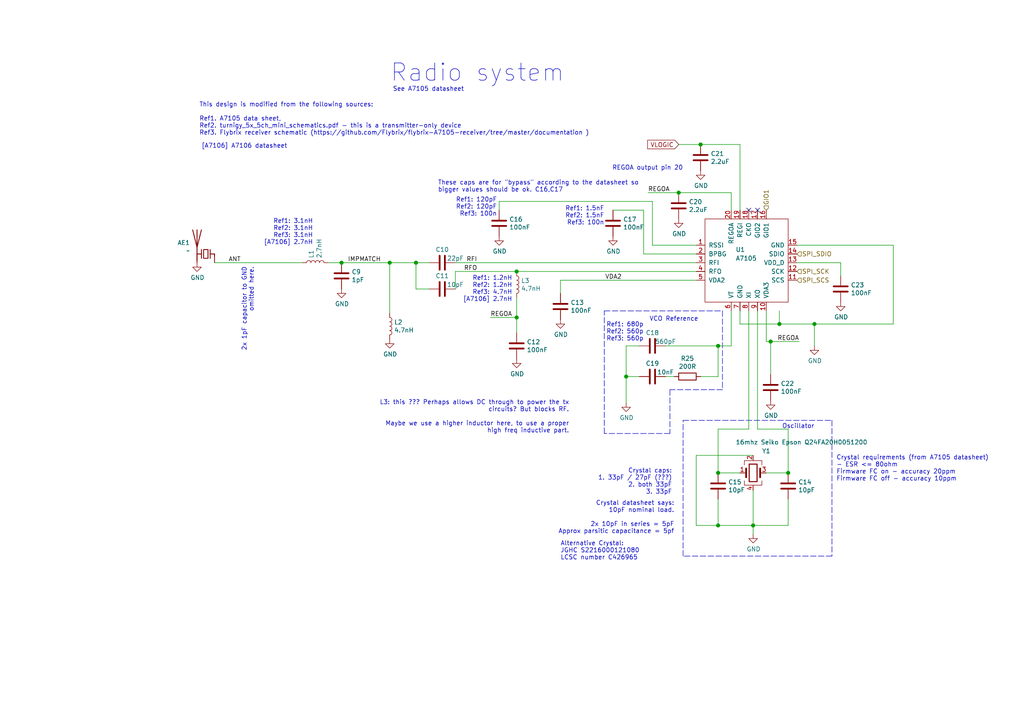
<source format=kicad_sch>
(kicad_sch (version 20211123) (generator eeschema)
  (paper "A4")
  (title_block (date "2020-04-29"))
  (lib_symbols
    (symbol "Device:Antenna_Chip" (pin_numbers hide) (pin_names (offset 1.016) hide)
      (property "Reference" "AE" (at 0 5.08 0))
      (property "Value" "Antenna_Chip" (at 0 3.175 0))
      (symbol "Antenna_Chip_0_1"
        (polyline (pts (xy -2.54 0) (xy -2.54 -0.635)) (stroke (width 0.254)))
        (polyline (pts (xy -2.54 0) (xy -1.27 0)) (stroke (width 0.254)))
        (polyline (pts (xy 1.27 0) (xy 2.54 0)) (stroke (width 0.254)))
        (polyline (pts (xy 1.27 1.27) (xy 1.27 -1.27)) (stroke (width 0.254)))
        (polyline (pts (xy 2.54 -0.635) (xy 2.54 0)))
        (polyline (pts (xy 2.54 6.985) (xy 2.54 -1.905)) (stroke (width 0.254)))
        (polyline (pts (xy -1.27 1.27) (xy -1.27 -1.27) (xy -1.27 0)) (stroke (width 0.254)))
        (polyline (pts (xy 3.81 6.985) (xy 2.54 1.905) (xy 1.27 6.985)) (stroke (width 0.254)))
        (polyline (pts (xy -0.635 1.27) (xy 0.635 1.27) (xy 0.635 -1.27) (xy -0.635 -1.27) (xy -0.635 1.27)) (stroke (width 0.254)))
      )
      (symbol "Antenna_Chip_1_1"
        (pin input line (at -2.54 -2.54 90) (length 2.54) (name "FEED") (number "1"))
        (pin passive line (at 2.54 -2.54 90) (length 2.54) (name "PCB_Trace") (number "2"))
      )
    )
    (symbol "Device:C" (pin_numbers hide) (pin_names (offset 0.254))
      (property "Reference" "C" (at 0.635 2.54 0))
      (property "Value" "C" (at 0.635 -2.54 0))
      (symbol "C_0_1"
        (polyline (pts (xy -2.032 -0.762) (xy 2.032 -0.762)) (stroke (width 0.508)))
        (polyline (pts (xy -2.032 0.762) (xy 2.032 0.762)) (stroke (width 0.508)))
      )
      (symbol "C_1_1"
        (pin passive line (at 0 3.81 270) (length 2.794) (name "~") (number "1"))
        (pin passive line (at 0 -3.81 90) (length 2.794) (name "~") (number "2"))
      )
    )
    (symbol "Device:Crystal_GND24" (pin_names (offset 1.016) hide)
      (property "Reference" "Y" (at 3.175 5.08 0))
      (property "Value" "Crystal_GND24" (at 3.175 3.175 0))
      (symbol "Crystal_GND24_0_1"
        (rectangle (start -1.143 2.54) (end 1.143 -2.54) (stroke (width 0.3048)))
        (polyline (pts (xy -2.54 0) (xy -2.032 0)))
        (polyline (pts (xy -2.032 -1.27) (xy -2.032 1.27)) (stroke (width 0.508)))
        (polyline (pts (xy 0 -3.81) (xy 0 -3.556)))
        (polyline (pts (xy 0 3.556) (xy 0 3.81)))
        (polyline (pts (xy 2.032 -1.27) (xy 2.032 1.27)) (stroke (width 0.508)))
        (polyline (pts (xy 2.032 0) (xy 2.54 0)))
        (polyline (pts (xy -2.54 -2.286) (xy -2.54 -3.556) (xy 2.54 -3.556) (xy 2.54 -2.286)))
        (polyline (pts (xy -2.54 2.286) (xy -2.54 3.556) (xy 2.54 3.556) (xy 2.54 2.286)))
      )
      (symbol "Crystal_GND24_1_1"
        (pin passive line (at -3.81 0 0) (length 1.27) (name "1") (number "1"))
        (pin passive line (at 0 5.08 270) (length 1.27) (name "2") (number "2"))
        (pin passive line (at 3.81 0 180) (length 1.27) (name "3") (number "3"))
        (pin passive line (at 0 -5.08 90) (length 1.27) (name "4") (number "4"))
      )
    )
    (symbol "Device:L" (pin_numbers hide) (pin_names (offset 1.016) hide)
      (property "Reference" "L" (at -1.27 0 90))
      (property "Value" "L" (at 1.905 0 90))
      (symbol "L_0_1"
        (arc (start 0 -2.54) (mid 0.635 -1.905) (end 0 -1.27))
        (arc (start 0 -1.27) (mid 0.635 -0.635) (end 0 0))
        (arc (start 0 0) (mid 0.635 0.635) (end 0 1.27))
        (arc (start 0 1.27) (mid 0.635 1.905) (end 0 2.54))
      )
      (symbol "L_1_1"
        (pin passive line (at 0 3.81 270) (length 1.27) (name "1") (number "1"))
        (pin passive line (at 0 -3.81 90) (length 1.27) (name "2") (number "2"))
      )
    )
    (symbol "Device:R" (pin_numbers hide) (pin_names (offset 0))
      (property "Reference" "R" (at 2.032 0 90))
      (property "Value" "R" (at 0 0 90))
      (symbol "R_0_1"
        (rectangle (start -1.016 -2.54) (end 1.016 2.54) (stroke (width 0.254)))
      )
      (symbol "R_1_1"
        (pin passive line (at 0 3.81 270) (length 1.27) (name "~") (number "1"))
        (pin passive line (at 0 -3.81 90) (length 1.27) (name "~") (number "2"))
      )
    )
    (symbol "L_1" (pin_numbers hide) (pin_names (offset 1.016) hide)
      (property "Reference" "L" (at -1.27 0 90))
      (property "Value" "L_1" (at 1.905 0 90))
      (symbol "L_1_0_1"
        (arc (start 0 -2.54) (mid 0.635 -1.905) (end 0 -1.27))
        (arc (start 0 -1.27) (mid 0.635 -0.635) (end 0 0))
        (arc (start 0 0) (mid 0.635 0.635) (end 0 1.27))
        (arc (start 0 1.27) (mid 0.635 1.905) (end 0 2.54))
      )
      (symbol "L_1_1_1"
        (pin passive line (at 0 3.81 270) (length 1.27) (name "1") (number "1"))
        (pin passive line (at 0 -3.81 90) (length 1.27) (name "2") (number "2"))
      )
    )
    (symbol "L_2" (pin_numbers hide) (pin_names (offset 1.016) hide)
      (property "Reference" "L" (at -1.27 0 90))
      (property "Value" "L_2" (at 1.905 0 90))
      (symbol "L_2_0_1"
        (arc (start 0 -2.54) (mid 0.635 -1.905) (end 0 -1.27))
        (arc (start 0 -1.27) (mid 0.635 -0.635) (end 0 0))
        (arc (start 0 0) (mid 0.635 0.635) (end 0 1.27))
        (arc (start 0 1.27) (mid 0.635 1.905) (end 0 2.54))
      )
      (symbol "L_2_1_1"
        (pin passive line (at 0 3.81 270) (length 1.27) (name "1") (number "1"))
        (pin passive line (at 0 -3.81 90) (length 1.27) (name "2") (number "2"))
      )
    )
    (symbol "malenki-nanoi:A7105" (pin_names (offset 1.016))
      (property "Reference" "U" (at 0 0 0))
      (property "Value" "A7105" (at 0 3.81 0))
      (symbol "A7105_0_1"
        (rectangle (start -12.7 12.7) (end 11.43 -11.43))
      )
      (symbol "A7105_1_1"
        (pin passive line (at -15.24 5.08 0) (length 2.54) (name "RSSI") (number "1"))
        (pin passive line (at 5.08 -13.97 90) (length 2.54) (name "VDA3") (number "10"))
        (pin input line (at 13.97 -5.08 180) (length 2.54) (name "SCS") (number "11"))
        (pin input line (at 13.97 -2.54 180) (length 2.54) (name "SCK") (number "12"))
        (pin passive line (at 13.97 0 180) (length 2.54) (name "VDD_D") (number "13"))
        (pin bidirectional line (at 13.97 2.54 180) (length 2.54) (name "SDIO") (number "14"))
        (pin power_in line (at 13.97 5.08 180) (length 2.54) (name "GND") (number "15"))
        (pin bidirectional line (at 5.08 15.24 270) (length 2.54) (name "GIO1") (number "16"))
        (pin bidirectional line (at 2.54 15.24 270) (length 2.54) (name "GIO2") (number "17"))
        (pin output line (at 0 15.24 270) (length 2.54) (name "CKO") (number "18"))
        (pin power_in line (at -2.54 15.24 270) (length 2.54) (name "REGI") (number "19"))
        (pin passive line (at -15.24 2.54 0) (length 2.54) (name "BPBG") (number "2"))
        (pin passive line (at -5.08 15.24 270) (length 2.54) (name "REGOA") (number "20"))
        (pin power_in line (at 8.89 -13.97 90) (length 2.54) hide (name "GND") (number "21"))
        (pin passive line (at -15.24 0 0) (length 2.54) (name "RFI") (number "3"))
        (pin passive line (at -15.24 -2.54 0) (length 2.54) (name "RFO") (number "4"))
        (pin passive line (at -15.24 -5.08 0) (length 2.54) (name "VDA2") (number "5"))
        (pin passive line (at -5.08 -13.97 90) (length 2.54) (name "VT") (number "6"))
        (pin power_in line (at -2.54 -13.97 90) (length 2.54) (name "GND") (number "7"))
        (pin passive line (at 0 -13.97 90) (length 2.54) (name "XI") (number "8"))
        (pin passive line (at 2.54 -13.97 90) (length 2.54) (name "XO") (number "9"))
      )
    )
    (symbol "power:GND" (power) (pin_names (offset 0))
      (property "Value" "GND" (at 0 -3.81 0))
      (symbol "GND_0_1"
        (polyline (pts (xy 0 0) (xy 0 -1.27) (xy 1.27 -1.27) (xy 0 -2.54) (xy -1.27 -1.27) (xy 0 -1.27)))
      )
      (symbol "GND_1_1"
        (pin power_in line (at 0 0 270) (length 0) hide (name "GND") (number "1"))
      )
    )
  )
  (junction (at 236.22 93.98) (diameter 1.016))
  (junction (at 208.28 100.33) (diameter 1.016))
  (junction (at 226.06 93.98) (diameter 1.016))
  (junction (at 218.44 152.4) (diameter 1.016))
  (junction (at 223.52 99.06) (diameter 1.016))
  (junction (at 208.28 152.4) (diameter 1.016))
  (junction (at 228.6 137.16) (diameter 1.016))
  (junction (at 99.06 76.2) (diameter 1.016))
  (junction (at 208.28 137.16) (diameter 1.016))
  (junction (at 149.86 92.075) (diameter 1.016))
  (junction (at 149.86 78.74) (diameter 1.016))
  (junction (at 196.85 55.88) (diameter 1.016))
  (junction (at 181.61 109.22) (diameter 1.016))
  (junction (at 203.2 41.91) (diameter 1.016))
  (junction (at 120.65 76.2) (diameter 1.016))
  (junction (at 113.03 76.2) (diameter 1.016))
  (no_connect (at 217.17 60.96))
  (no_connect (at 219.71 60.96))
  (wire (pts (xy 187.96 55.88) (xy 196.85 55.88)))
  (wire (pts (xy 189.23 58.42) (xy 144.78 58.42)))
  (wire (pts (xy 219.71 124.46) (xy 219.71 90.17)))
  (wire (pts (xy 113.03 90.805) (xy 113.03 76.2)))
  (wire (pts (xy 186.69 60.96) (xy 177.8 60.96)))
  (wire (pts (xy 99.06 76.2) (xy 113.03 76.2)))
  (wire (pts (xy 124.46 83.82) (xy 120.65 83.82)))
  (wire (pts (xy 149.86 78.74) (xy 201.93 78.74)))
  (wire (pts (xy 193.04 100.33) (xy 208.28 100.33)))
  (wire (pts (xy 208.28 124.46) (xy 208.28 137.16)))
  (wire (pts (xy 208.28 152.4) (xy 208.28 144.78)))
  (polyline (pts (xy 209.55 90.17) (xy 209.55 113.03)) (stroke (width 0) (type dash)))
  (wire (pts (xy 203.2 41.91) (xy 214.63 41.91)))
  (wire (pts (xy 132.08 78.74) (xy 132.08 83.82)))
  (wire (pts (xy 208.28 100.33) (xy 208.28 109.22)))
  (wire (pts (xy 236.22 93.98) (xy 259.08 93.98)))
  (wire (pts (xy 132.08 78.74) (xy 149.86 78.74)))
  (wire (pts (xy 231.14 76.2) (xy 243.84 76.2)))
  (wire (pts (xy 226.06 90.17) (xy 226.06 93.98)))
  (wire (pts (xy 218.44 132.08) (xy 201.93 132.08)))
  (wire (pts (xy 201.93 152.4) (xy 208.28 152.4)))
  (wire (pts (xy 243.84 76.2) (xy 243.84 80.01)))
  (wire (pts (xy 201.93 132.08) (xy 201.93 152.4)))
  (wire (pts (xy 181.61 100.33) (xy 181.61 109.22)))
  (polyline (pts (xy 175.26 125.73) (xy 175.26 90.17)) (stroke (width 0) (type dash)))
  (wire (pts (xy 149.86 86.36) (xy 149.86 92.075)))
  (wire (pts (xy 222.25 137.16) (xy 228.6 137.16)))
  (wire (pts (xy 218.44 152.4) (xy 218.44 154.94)))
  (wire (pts (xy 208.28 100.33) (xy 212.09 100.33)))
  (polyline (pts (xy 241.3 121.92) (xy 241.3 161.29)) (stroke (width 0) (type dash)))
  (wire (pts (xy 193.04 109.22) (xy 195.58 109.22)))
  (wire (pts (xy 217.17 124.46) (xy 208.28 124.46)))
  (wire (pts (xy 222.25 90.17) (xy 222.25 99.06)))
  (wire (pts (xy 208.28 152.4) (xy 218.44 152.4)))
  (wire (pts (xy 223.52 99.06) (xy 223.52 108.585)))
  (wire (pts (xy 120.65 76.2) (xy 120.65 83.82)))
  (wire (pts (xy 217.17 90.17) (xy 217.17 124.46)))
  (wire (pts (xy 181.61 109.22) (xy 185.42 109.22)))
  (wire (pts (xy 228.6 137.16) (xy 228.6 124.46)))
  (polyline (pts (xy 198.12 161.29) (xy 198.12 121.92)) (stroke (width 0) (type dash)))
  (wire (pts (xy 214.63 90.17) (xy 214.63 93.98)))
  (wire (pts (xy 214.63 93.98) (xy 226.06 93.98)))
  (wire (pts (xy 201.93 71.12) (xy 189.23 71.12)))
  (wire (pts (xy 226.06 93.98) (xy 236.22 93.98)))
  (wire (pts (xy 222.25 99.06) (xy 223.52 99.06)))
  (wire (pts (xy 120.65 76.2) (xy 124.46 76.2)))
  (wire (pts (xy 185.42 100.33) (xy 181.61 100.33)))
  (polyline (pts (xy 194.31 113.03) (xy 194.31 125.73)) (stroke (width 0) (type dash)))
  (polyline (pts (xy 241.3 161.29) (xy 198.12 161.29)) (stroke (width 0) (type dash)))
  (wire (pts (xy 231.14 71.12) (xy 259.08 71.12)))
  (wire (pts (xy 196.85 55.88) (xy 212.09 55.88)))
  (polyline (pts (xy 175.26 90.17) (xy 209.55 90.17)) (stroke (width 0) (type dash)))
  (wire (pts (xy 212.09 90.17) (xy 212.09 100.33)))
  (wire (pts (xy 149.86 92.075) (xy 149.86 96.52)))
  (wire (pts (xy 223.52 99.06) (xy 231.775 99.06)))
  (wire (pts (xy 62.23 76.2) (xy 87.63 76.2)))
  (wire (pts (xy 189.23 71.12) (xy 189.23 58.42)))
  (wire (pts (xy 214.63 60.96) (xy 214.63 41.91)))
  (wire (pts (xy 144.78 58.42) (xy 144.78 60.96)))
  (wire (pts (xy 142.24 92.075) (xy 149.86 92.075)))
  (wire (pts (xy 218.44 142.24) (xy 218.44 152.4)))
  (wire (pts (xy 196.85 41.91) (xy 203.2 41.91)))
  (wire (pts (xy 212.09 60.96) (xy 212.09 55.88)))
  (polyline (pts (xy 194.31 125.73) (xy 175.26 125.73)) (stroke (width 0) (type dash)))
  (wire (pts (xy 259.08 71.12) (xy 259.08 93.98)))
  (wire (pts (xy 218.44 152.4) (xy 228.6 152.4)))
  (wire (pts (xy 228.6 124.46) (xy 219.71 124.46)))
  (wire (pts (xy 236.22 93.98) (xy 236.22 100.33)))
  (wire (pts (xy 132.08 76.2) (xy 201.93 76.2)))
  (polyline (pts (xy 209.55 113.03) (xy 194.31 113.03)) (stroke (width 0) (type dash)))
  (wire (pts (xy 201.93 73.66) (xy 186.69 73.66)))
  (wire (pts (xy 201.93 81.28) (xy 162.56 81.28)))
  (wire (pts (xy 186.69 73.66) (xy 186.69 60.96)))
  (wire (pts (xy 203.2 109.22) (xy 208.28 109.22)))
  (wire (pts (xy 208.28 137.16) (xy 214.63 137.16)))
  (wire (pts (xy 228.6 152.4) (xy 228.6 144.78)))
  (wire (pts (xy 95.25 76.2) (xy 99.06 76.2)))
  (polyline (pts (xy 198.12 121.92) (xy 241.3 121.92)) (stroke (width 0) (type dash)))
  (wire (pts (xy 181.61 109.22) (xy 181.61 116.84)))
  (wire (pts (xy 162.56 81.28) (xy 162.56 85.09)))
  (wire (pts (xy 113.03 76.2) (xy 120.65 76.2)))
  (text "REGOA output pin 20" (at 198.12 49.53 180) (effects (font (size 1.27 1.27)) (justify right bottom)))
  (text "Radio system" (at 163.83 24.13 180) (effects (font (size 5.0038 5.0038)) (justify right bottom)))
  (text "Ref1: 3.1nH\nRef2: 3.1nH\nRef3: 3.1nH\n[A7106] 2.7nH" (at 90.805 71.12 180) (effects (font (size 1.27 1.27)) (justify right bottom)))
  (text "See A7105 datasheet" (at 134.62 26.67 180) (effects (font (size 1.27 1.27)) (justify right bottom)))
  (text "Ref1: 120pF\nRef2: 120pF\nRef3: 100n" (at 144.145 62.865 180) (effects (font (size 1.27 1.27)) (justify right bottom)))
  (text "Crystal datasheet says:\n10pF nominal load.\n\n2x 10pF in series = 5pF\nApprox parsitic capacitance = 5pf" (at 195.58 154.94 180) (effects (font (size 1.27 1.27)) (justify right bottom)))
  (text "Oscillator" (at 236.22 124.46 180) (effects (font (size 1.27 1.27)) (justify right bottom)))
  (text "Ref1: 1.2nH\nRef2: 1.2nH\nRef3: 4.7nH\n[A7106] 2.7nH" (at 148.59 87.63 180) (effects (font (size 1.27 1.27)) (justify right bottom)))
  (text "L3: this ??? Perhaps allows DC through to power the tx\ncircuits? But blocks RF.\n\nMaybe we use a higher inductor here, to use a proper\nhigh freq inductive part." (at 165.1 125.73 180) (effects (font (size 1.27 1.27)) (justify right bottom)))
  (text "Alternative Crystal:\nJGHC S2216000121080\nLCSC number C426965" (at 162.56 162.56 0) (effects (font (size 1.27 1.27)) (justify left bottom)))
  (text "Crystal requirements (from A7105 datasheet)\n- ESR <= 80ohm\nFirmware FC on - accuracy 20ppm\nFirmware FC off - accuracy 10ppm" (at 242.57 139.7 0) (effects (font (size 1.27 1.27)) (justify left bottom)))
  (text "[A7106] A7106 datasheet" (at 58.42 43.18 0) (effects (font (size 1.27 1.27)) (justify left bottom)))
  (text "These caps are for \"bypass\" according to the datasheet so\nbigger values should be ok. C16,C17" (at 127 55.88 0) (effects (font (size 1.27 1.27)) (justify left bottom)))
  (text "Ref1: 680p\nRef2: 560p\nRef3: 560p" (at 186.69 99.06 180) (effects (font (size 1.27 1.27)) (justify right bottom)))
  (text "VCO Reference" (at 202.565 93.345 180) (effects (font (size 1.27 1.27)) (justify right bottom)))
  (text "2x 1pF capacitor to GND\nomitted here." (at 73.66 77.47 270) (effects (font (size 1.27 1.27)) (justify right bottom)))
  (text "This design is modified from the following sources:\n\nRef1. A7105 data sheet, \nRef2. turnigy_5x_5ch_mini_schematics.pdf - this is a transmitter-only device\nRef3. Flybrix receiver schematic (https://github.com/Flybrix/flybrix-A7105-receiver/tree/master/documentation )\n" (at 57.785 39.37 0) (effects (font (size 1.27 1.27)) (justify left bottom)))
  (text "Crystal caps:\n1. 33pF / 27pF (???)\n2. both 33pF\n3. 33pF" (at 194.945 143.51 180) (effects (font (size 1.27 1.27)) (justify right bottom)))
  (text "Ref1: 1.5nF\nRef2: 1.5nF\nRef3: 100n" (at 175.26 65.405 180) (effects (font (size 1.27 1.27)) (justify right bottom)))
  (label "REGOA" (at 142.24 92.075 0))
  (label "RFI" (at 138.43 76.2 180))
  (label "RFO" (at 138.43 78.74 180))
  (label "REGOA" (at 187.96 55.88 0))
  (label "ANT" (at 69.85 76.2 180))
  (label "IMPMATCH" (at 110.49 76.2 180))
  (label "REGOA" (at 231.775 99.06 180))
  (label "VDA2" (at 180.34 81.28 180))
  (global_label "VLOGIC" (shape input) (at 196.85 41.91 180) (property "Intersheet References" "${INTERSHEET_REFS}" (effects hide)))
  (hierarchical_label "SPI_SCK" (shape input) (at 231.14 78.74 0))
  (hierarchical_label "GIO1" (shape input) (at 222.25 60.96 90))
  (hierarchical_label "SPI_SCS" (shape input) (at 231.14 81.28 0))
  (hierarchical_label "SPI_SDIO" (shape input) (at 231.14 73.66 0))
  (symbol (lib_id "power:GND") (at 203.2 49.53 0) (unit 1)
    (property "Reference" "#PWR018" (effects hide))
    (property "Value" "GND" (at 203.327 53.848 0))
  )
  (symbol (lib_id "Device:C") (at 208.28 140.97 0) (unit 1)
    (property "Reference" "C15" (at 211.201 139.827 0) (effects (justify left)))
    (property "Value" "10pF" (at 211.201 142.113 0) (effects (justify left)))
    (property "Footprint" "Capacitor_SMD:C_0402_1005Metric_Pad0.74x0.62mm_HandSolder" (effects hide))
    (property "LCSC" "C32949" (effects hide))
    (property "MPN" "CL05C100JB5NNNC" (effects hide))
    (property "Manufacturer" "Samsung" (effects hide))
  )
  (symbol (lib_id "Device:C") (at 149.86 100.33 0) (unit 1)
    (property "Reference" "C12" (at 152.781 99.187 0) (effects (justify left)))
    (property "Value" "100nF" (at 152.781 101.473 0) (effects (justify left)))
    (property "Footprint" "Capacitor_SMD:C_0402_1005Metric_Pad0.74x0.62mm_HandSolder" (effects hide))
    (property "LCSC" "C307331" (effects hide))
    (property "Manufacturer" "Samsung" (effects hide))
  )
  (symbol (lib_id "Device:C") (at 128.27 83.82 90) (unit 1)
    (property "Reference" "C11" (at 128.27 80.01 90))
    (property "Value" "10pF" (at 132.08 82.55 90))
    (property "Footprint" "Capacitor_SMD:C_0402_1005Metric_Pad0.74x0.62mm_HandSolder" (effects hide))
    (property "LCSC" "C32949" (effects hide))
    (property "MPN" "CL05C100JB5NNNC" (effects hide))
    (property "Manufacturer" "Samsung" (effects hide))
  )
  (symbol (lib_id "Device:C") (at 128.27 76.2 90) (unit 1)
    (property "Reference" "C10" (at 128.27 72.39 90))
    (property "Value" "22pF" (at 132.08 74.93 90))
    (property "Footprint" "Capacitor_SMD:C_0402_1005Metric_Pad0.74x0.62mm_HandSolder" (effects hide))
    (property "LCSC" "C1555" (effects hide))
    (property "MPN" "0402CG220J500NT" (effects hide))
    (property "Manufacturer" "Guangdong Fenghua Advanced" (effects hide))
  )
  (symbol (lib_id "Device:C") (at 228.6 140.97 0) (unit 1)
    (property "Reference" "C14" (at 231.521 139.827 0) (effects (justify left)))
    (property "Value" "10pF" (at 231.521 142.113 0) (effects (justify left)))
    (property "Footprint" "Capacitor_SMD:C_0402_1005Metric_Pad0.74x0.62mm_HandSolder" (effects hide))
    (property "LCSC" "C32949" (effects hide))
    (property "MPN" "CL05C100JB5NNNC" (effects hide))
    (property "Manufacturer" "Samsung" (effects hide))
  )
  (symbol (lib_id "power:GND") (at 57.15 76.2 0) (unit 1)
    (property "Reference" "#PWR0105" (effects hide))
    (property "Value" "GND" (at 57.277 80.518 0))
  )
  (symbol (lib_id "power:GND") (at 218.44 154.94 0) (unit 1)
    (property "Reference" "#PWR019" (effects hide))
    (property "Value" "GND" (at 218.567 159.258 0))
  )
  (symbol (lib_id "power:GND") (at 113.03 98.425 0) (unit 1)
    (property "Reference" "#PWR010" (effects hide))
    (property "Value" "GND" (at 113.157 102.743 0))
  )
  (symbol (lib_id "malenki-nanoi:A7105") (at 217.17 76.2 0) (unit 1)
    (property "Reference" "U1" (at 213.36 72.39 0) (effects (justify left)))
    (property "Value" "A7105" (at 213.36 74.93 0) (effects (justify left)))
    (property "Footprint" "malenki-nano:a7105-QFN-20" (effects hide))
    (property "LCSC" "C126376" (effects hide))
    (property "MPN" "A71X05AQFI/Q" (effects hide))
    (property "Manufacturer" "AMICCOM" (effects hide))
  )
  (symbol (lib_id "Device:C") (at 223.52 112.395 0) (unit 1)
    (property "Reference" "C22" (at 226.441 111.252 0) (effects (justify left)))
    (property "Value" "100nF" (at 226.441 113.538 0) (effects (justify left)))
    (property "Footprint" "Capacitor_SMD:C_0402_1005Metric_Pad0.74x0.62mm_HandSolder" (effects hide))
    (property "LCSC" "C307331" (effects hide))
    (property "Manufacturer" "Samsung" (effects hide))
  )
  (symbol (lib_id "power:GND") (at 196.85 63.5 0) (unit 1)
    (property "Reference" "#PWR017" (effects hide))
    (property "Value" "GND" (at 196.977 67.818 0))
  )
  (symbol (lib_name "L_2") (lib_id "Device:L") (at 113.03 94.615 0) (unit 1)
    (property "Reference" "L2" (at 114.3 93.472 0) (effects (justify left)))
    (property "Value" "4.7nH" (at 114.3 95.758 0) (effects (justify left)))
    (property "Footprint" "Inductor_SMD:L_0402_1005Metric_Pad0.77x0.64mm_HandSolder" (effects hide))
    (property "LCSC" "C341688" (effects hide))
    (property "MPN" "VHF160808H4N7ST" (effects hide))
    (property "Manufacturer" "Guangdong Fenghua" (effects hide))
  )
  (symbol (lib_id "Device:R") (at 199.39 109.22 90) (unit 1)
    (property "Reference" "R25" (at 199.39 103.9876 90))
    (property "Value" "200R" (at 199.39 106.299 90))
    (property "Footprint" "Resistor_SMD:R_0402_1005Metric" (effects hide))
    (property "LCSC" "C25087" (effects hide))
    (property "MPN" "0402WGF2000TCE" (effects hide))
    (property "Manufacturer" "Uniroyal" (effects hide))
    (property "Partnum" "10k" (effects hide))
  )
  (symbol (lib_id "Device:C") (at 189.23 109.22 270) (unit 1)
    (property "Reference" "C19" (at 189.23 105.41 90))
    (property "Value" "10nF" (at 193.04 107.95 90))
    (property "Footprint" "Capacitor_SMD:C_0402_1005Metric_Pad0.74x0.62mm_HandSolder" (effects hide))
    (property "LCSC" "C15195" (effects hide))
    (property "MPN" "CL05B103KB5NNNC" (effects hide))
    (property "Manufacturer" "Samsung" (effects hide))
  )
  (symbol (lib_id "power:GND") (at 162.56 92.71 0) (unit 1)
    (property "Reference" "#PWR013" (effects hide))
    (property "Value" "GND" (at 162.687 97.028 0))
  )
  (symbol (lib_id "Device:C") (at 196.85 59.69 0) (unit 1)
    (property "Reference" "C20" (at 199.771 58.547 0) (effects (justify left)))
    (property "Value" "2.2uF" (at 199.771 60.833 0) (effects (justify left)))
    (property "Footprint" "Capacitor_SMD:C_0603_1608Metric" (effects hide))
    (property "LCSC" "C23630" (effects hide))
    (property "MPN" "CL05A225MQ5NSNC" (effects hide))
    (property "Manufacturer" "Samsung" (effects hide))
  )
  (symbol (lib_id "Device:C") (at 99.06 80.01 0) (unit 1)
    (property "Reference" "C9" (at 101.981 78.867 0) (effects (justify left)))
    (property "Value" "1pF" (at 101.981 81.153 0) (effects (justify left)))
    (property "Footprint" "Capacitor_SMD:C_0402_1005Metric_Pad0.74x0.62mm_HandSolder" (effects hide))
    (property "LCSC" "C1550" (effects hide))
    (property "MPN" "0402CG1R0C500NT" (effects hide))
    (property "Manufacturer" "Guangdong Fenghua Advanced" (effects hide))
  )
  (symbol (lib_id "power:GND") (at 236.22 100.33 0) (unit 1)
    (property "Reference" "#PWR021" (effects hide))
    (property "Value" "GND" (at 236.347 104.648 0))
  )
  (symbol (lib_id "power:GND") (at 149.86 104.14 0) (unit 1)
    (property "Reference" "#PWR012" (effects hide))
    (property "Value" "GND" (at 149.987 108.458 0))
  )
  (symbol (lib_id "power:GND") (at 144.78 68.58 0) (unit 1)
    (property "Reference" "#PWR014" (effects hide))
    (property "Value" "GND" (at 144.907 72.898 0))
  )
  (symbol (lib_id "Device:C") (at 203.2 45.72 0) (unit 1)
    (property "Reference" "C21" (at 206.121 44.577 0) (effects (justify left)))
    (property "Value" "2.2uF" (at 206.121 46.863 0) (effects (justify left)))
    (property "Footprint" "Capacitor_SMD:C_0603_1608Metric" (effects hide))
    (property "LCSC" "C23630" (effects hide))
    (property "MPN" "CL05A225MQ5NSNC" (effects hide))
    (property "Manufacturer" "Samsung" (effects hide))
  )
  (symbol (lib_id "Device:Antenna_Chip") (at 59.69 73.66 0) (mirror y) (unit 1) (in_bom no)
    (property "Reference" "AE1" (at 55.118 70.4088 0) (effects (justify left)))
    (property "Value" "~" (at 55.118 72.7202 0) (effects (justify left)))
    (property "Footprint" "malenki-nano:malenki_antenna" (effects hide))
  )
  (symbol (lib_id "power:GND") (at 181.61 116.84 0) (unit 1)
    (property "Reference" "#PWR016" (effects hide))
    (property "Value" "GND" (at 181.737 121.158 0))
  )
  (symbol (lib_id "power:GND") (at 243.84 87.63 0) (unit 1)
    (property "Reference" "#PWR022" (effects hide))
    (property "Value" "GND" (at 243.967 91.948 0))
  )
  (symbol (lib_id "power:GND") (at 177.8 68.58 0) (unit 1)
    (property "Reference" "#PWR015" (effects hide))
    (property "Value" "GND" (at 177.927 72.898 0))
  )
  (symbol (lib_id "Device:Crystal_GND24") (at 218.44 137.16 0) (unit 1)
    (property "Reference" "Y1" (at 220.98 130.81 0) (effects (justify left)))
    (property "Value" "16mhz Seiko Epson Q24FA20H0051200 " (at 213.36 128.27 0) (effects (justify left)))
    (property "Footprint" "Crystal:Crystal_SMD_2520-4Pin_2.5x2.0mm" (effects hide))
    (property "LCSC" "C255947" (effects hide))
    (property "MPN" "Q24FA20H0051200" (effects hide))
    (property "Manufacturer" "Seiko Epson" (effects hide))
  )
  (symbol (lib_id "Device:L") (at 149.86 82.55 0) (unit 1)
    (property "Reference" "L3" (at 151.13 81.407 0) (effects (justify left)))
    (property "Value" "4.7nH" (at 151.13 83.693 0) (effects (justify left)))
    (property "Footprint" "Inductor_SMD:L_0402_1005Metric_Pad0.77x0.64mm_HandSolder" (effects hide))
    (property "LCSC" "C341688" (effects hide))
    (property "MPN" "VHF160808H4N7ST" (effects hide))
    (property "Manufacturer" "Guangdong Fenghua" (effects hide))
  )
  (symbol (lib_id "power:GND") (at 99.06 83.82 0) (unit 1)
    (property "Reference" "#PWR09" (effects hide))
    (property "Value" "GND" (at 99.187 88.138 0))
  )
  (symbol (lib_id "power:GND") (at 223.52 116.205 0) (unit 1)
    (property "Reference" "#PWR020" (effects hide))
    (property "Value" "GND" (at 223.647 120.523 0))
  )
  (symbol (lib_id "Device:C") (at 144.78 64.77 0) (unit 1)
    (property "Reference" "C16" (at 147.701 63.627 0) (effects (justify left)))
    (property "Value" "100nF" (at 147.701 65.913 0) (effects (justify left)))
    (property "Footprint" "Capacitor_SMD:C_0402_1005Metric_Pad0.74x0.62mm_HandSolder" (effects hide))
    (property "LCSC" "C307331" (effects hide))
    (property "Manufacturer" "Samsung" (effects hide))
  )
  (symbol (lib_name "L_1") (lib_id "Device:L") (at 91.44 76.2 90) (unit 1)
    (property "Reference" "L1" (at 90.297 74.93 0) (effects (justify left)))
    (property "Value" "2.7nH" (at 92.583 74.93 0) (effects (justify left)))
    (property "Footprint" "Inductor_SMD:L_0402_1005Metric_Pad0.77x0.64mm_HandSolder" (effects hide))
    (property "LCSC" "C76791" (effects hide))
    (property "Manufacturer" "Sunlord" (effects hide))
  )
  (symbol (lib_id "Device:C") (at 189.23 100.33 90) (unit 1)
    (property "Reference" "C18" (at 189.23 96.52 90))
    (property "Value" "560pF" (at 193.04 99.06 90))
    (property "Footprint" "Capacitor_SMD:C_0402_1005Metric_Pad0.74x0.62mm_HandSolder" (effects hide))
    (property "LCSC" "C1539" (effects hide))
    (property "MPN" "CL05C561JB5NNNC" (effects hide))
    (property "Manufacturer" "Samsung" (effects hide))
  )
  (symbol (lib_id "Device:C") (at 177.8 64.77 0) (unit 1)
    (property "Reference" "C17" (at 180.721 63.627 0) (effects (justify left)))
    (property "Value" "100nF" (at 180.721 65.913 0) (effects (justify left)))
    (property "Footprint" "Capacitor_SMD:C_0402_1005Metric_Pad0.74x0.62mm_HandSolder" (effects hide))
    (property "LCSC" "C307331" (effects hide))
    (property "Manufacturer" "Samsung" (effects hide))
  )
  (symbol (lib_id "Device:C") (at 162.56 88.9 0) (unit 1)
    (property "Reference" "C13" (at 165.481 87.757 0) (effects (justify left)))
    (property "Value" "100nF" (at 165.481 90.043 0) (effects (justify left)))
    (property "Footprint" "Capacitor_SMD:C_0402_1005Metric_Pad0.74x0.62mm_HandSolder" (effects hide))
    (property "LCSC" "C307331" (effects hide))
    (property "Manufacturer" "Samsung" (effects hide))
  )
  (symbol (lib_id "Device:C") (at 243.84 83.82 0) (unit 1)
    (property "Reference" "C23" (at 246.761 82.677 0) (effects (justify left)))
    (property "Value" "100nF" (at 246.761 84.963 0) (effects (justify left)))
    (property "Footprint" "Capacitor_SMD:C_0402_1005Metric_Pad0.74x0.62mm_HandSolder" (effects hide))
    (property "LCSC" "C307331" (effects hide))
    (property "Manufacturer" "Samsung" (effects hide))
  )
)
</source>
